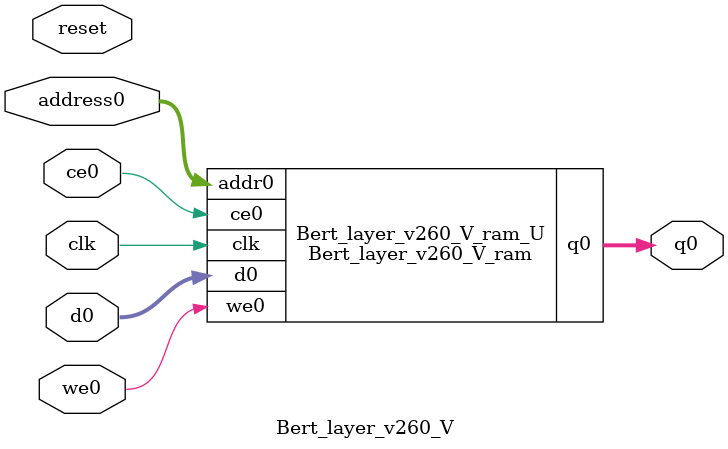
<source format=v>
`timescale 1 ns / 1 ps
module Bert_layer_v260_V_ram (addr0, ce0, d0, we0, q0,  clk);

parameter DWIDTH = 24;
parameter AWIDTH = 14;
parameter MEM_SIZE = 9216;

input[AWIDTH-1:0] addr0;
input ce0;
input[DWIDTH-1:0] d0;
input we0;
output reg[DWIDTH-1:0] q0;
input clk;

(* ram_style = "block" *)reg [DWIDTH-1:0] ram[0:MEM_SIZE-1];




always @(posedge clk)  
begin 
    if (ce0) begin
        if (we0) 
            ram[addr0] <= d0; 
        q0 <= ram[addr0];
    end
end


endmodule

`timescale 1 ns / 1 ps
module Bert_layer_v260_V(
    reset,
    clk,
    address0,
    ce0,
    we0,
    d0,
    q0);

parameter DataWidth = 32'd24;
parameter AddressRange = 32'd9216;
parameter AddressWidth = 32'd14;
input reset;
input clk;
input[AddressWidth - 1:0] address0;
input ce0;
input we0;
input[DataWidth - 1:0] d0;
output[DataWidth - 1:0] q0;



Bert_layer_v260_V_ram Bert_layer_v260_V_ram_U(
    .clk( clk ),
    .addr0( address0 ),
    .ce0( ce0 ),
    .we0( we0 ),
    .d0( d0 ),
    .q0( q0 ));

endmodule


</source>
